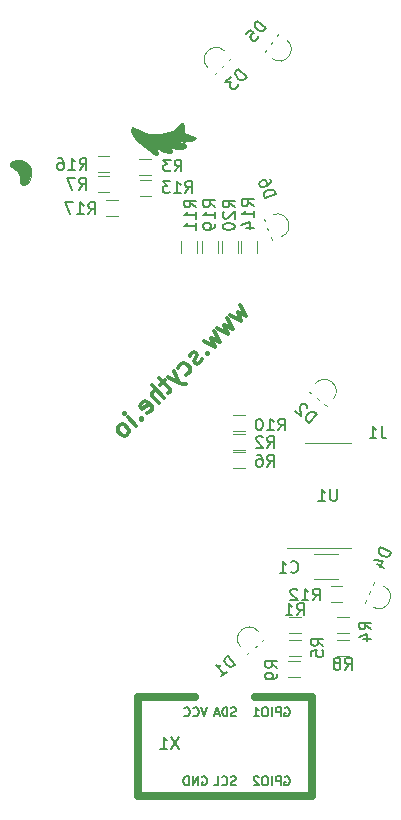
<source format=gbr>
G04 #@! TF.GenerationSoftware,KiCad,Pcbnew,5.1.6-c6e7f7d~87~ubuntu18.04.1*
G04 #@! TF.CreationDate,2020-08-06T21:04:51-07:00*
G04 #@! TF.ProjectId,scythe_badge,73637974-6865-45f6-9261-6467652e6b69,rev?*
G04 #@! TF.SameCoordinates,Original*
G04 #@! TF.FileFunction,Legend,Bot*
G04 #@! TF.FilePolarity,Positive*
%FSLAX46Y46*%
G04 Gerber Fmt 4.6, Leading zero omitted, Abs format (unit mm)*
G04 Created by KiCad (PCBNEW 5.1.6-c6e7f7d~87~ubuntu18.04.1) date 2020-08-06 21:04:51*
%MOMM*%
%LPD*%
G01*
G04 APERTURE LIST*
%ADD10C,0.300000*%
%ADD11C,0.010000*%
%ADD12C,0.120000*%
%ADD13C,0.100000*%
%ADD14C,0.700000*%
%ADD15C,0.150000*%
G04 APERTURE END LIST*
D10*
X165840762Y-98234668D02*
X166345838Y-99143805D01*
X165638732Y-98840760D01*
X165941777Y-99547866D01*
X165032640Y-99042790D01*
X164729594Y-99345836D02*
X165234671Y-100254973D01*
X164527564Y-99951927D01*
X164830610Y-100659034D01*
X163921472Y-100153958D01*
X163618427Y-100457004D02*
X164123503Y-101366141D01*
X163416396Y-101063095D01*
X163719442Y-101770202D01*
X162810305Y-101265126D01*
X163012335Y-102275278D02*
X163012335Y-102376294D01*
X163113350Y-102376294D01*
X163113350Y-102275278D01*
X163012335Y-102275278D01*
X163113350Y-102376294D01*
X162608274Y-102780355D02*
X162557766Y-102931877D01*
X162355736Y-103133908D01*
X162204213Y-103184416D01*
X162052690Y-103133908D01*
X162002183Y-103083400D01*
X161951675Y-102931877D01*
X162002183Y-102780355D01*
X162153705Y-102628832D01*
X162204213Y-102477309D01*
X162153705Y-102325786D01*
X162103198Y-102275278D01*
X161951675Y-102224771D01*
X161800152Y-102275278D01*
X161648629Y-102426801D01*
X161598122Y-102578324D01*
X161244568Y-104144061D02*
X161396091Y-104093553D01*
X161598122Y-103891522D01*
X161648629Y-103739999D01*
X161648629Y-103638984D01*
X161598122Y-103487461D01*
X161295076Y-103184416D01*
X161143553Y-103133908D01*
X161042538Y-103133908D01*
X160891015Y-103184416D01*
X160688984Y-103386446D01*
X160638477Y-103537969D01*
X160234416Y-103841015D02*
X160688984Y-104800660D01*
X159729339Y-104346091D02*
X160688984Y-104800660D01*
X161042538Y-104952183D01*
X161143553Y-104952183D01*
X161295076Y-104901675D01*
X159476801Y-104598629D02*
X159072740Y-105002690D01*
X158971725Y-104396599D02*
X159880862Y-105305736D01*
X159931370Y-105457259D01*
X159880862Y-105608782D01*
X159779847Y-105709797D01*
X159426294Y-106063350D02*
X158365633Y-105002690D01*
X158971725Y-106517919D02*
X158416141Y-105962335D01*
X158365633Y-105810812D01*
X158416141Y-105659289D01*
X158567664Y-105507766D01*
X158719187Y-105457259D01*
X158820202Y-105457259D01*
X158012080Y-107376549D02*
X158163603Y-107326041D01*
X158365633Y-107124011D01*
X158416141Y-106972488D01*
X158365633Y-106820965D01*
X157961572Y-106416904D01*
X157810049Y-106366396D01*
X157658527Y-106416904D01*
X157456496Y-106618934D01*
X157405988Y-106770457D01*
X157456496Y-106921980D01*
X157557511Y-107022995D01*
X158163603Y-106618934D01*
X157456496Y-107831117D02*
X157456496Y-107932133D01*
X157557511Y-107932133D01*
X157557511Y-107831117D01*
X157456496Y-107831117D01*
X157557511Y-107932133D01*
X157052435Y-108437209D02*
X156345328Y-107730102D01*
X155991775Y-107376549D02*
X156092790Y-107376549D01*
X156092790Y-107477564D01*
X155991775Y-107477564D01*
X155991775Y-107376549D01*
X156092790Y-107477564D01*
X156395836Y-109093808D02*
X156446344Y-108942285D01*
X156446344Y-108841270D01*
X156395836Y-108689747D01*
X156092790Y-108386701D01*
X155941267Y-108336194D01*
X155840252Y-108336194D01*
X155688729Y-108386701D01*
X155537206Y-108538224D01*
X155486699Y-108689747D01*
X155486699Y-108790762D01*
X155537206Y-108942285D01*
X155840252Y-109245331D01*
X155991775Y-109295838D01*
X156092790Y-109295838D01*
X156244313Y-109245331D01*
X156395836Y-109093808D01*
D11*
G36*
X147280100Y-85960105D02*
G01*
X147556809Y-86039148D01*
X147796764Y-86190404D01*
X147872792Y-86260231D01*
X148035809Y-86477634D01*
X148137620Y-86730773D01*
X148179772Y-87003442D01*
X148163807Y-87279437D01*
X148091271Y-87542555D01*
X147963707Y-87776589D01*
X147782662Y-87965336D01*
X147705180Y-88018779D01*
X147608074Y-88075682D01*
X147549060Y-88093322D01*
X147493460Y-88075718D01*
X147445500Y-88048869D01*
X147319233Y-87942572D01*
X147261809Y-87798830D01*
X147255311Y-87719000D01*
X147217491Y-87398574D01*
X147111917Y-87125499D01*
X146933680Y-86890709D01*
X146705368Y-86703476D01*
X146513180Y-86560959D01*
X146394275Y-86441495D01*
X146343100Y-86337259D01*
X146354100Y-86240430D01*
X146363191Y-86221415D01*
X146480788Y-86090670D01*
X146670192Y-86000820D01*
X146928318Y-85953265D01*
X146959281Y-85950782D01*
X147280100Y-85960105D01*
G37*
X147280100Y-85960105D02*
X147556809Y-86039148D01*
X147796764Y-86190404D01*
X147872792Y-86260231D01*
X148035809Y-86477634D01*
X148137620Y-86730773D01*
X148179772Y-87003442D01*
X148163807Y-87279437D01*
X148091271Y-87542555D01*
X147963707Y-87776589D01*
X147782662Y-87965336D01*
X147705180Y-88018779D01*
X147608074Y-88075682D01*
X147549060Y-88093322D01*
X147493460Y-88075718D01*
X147445500Y-88048869D01*
X147319233Y-87942572D01*
X147261809Y-87798830D01*
X147255311Y-87719000D01*
X147217491Y-87398574D01*
X147111917Y-87125499D01*
X146933680Y-86890709D01*
X146705368Y-86703476D01*
X146513180Y-86560959D01*
X146394275Y-86441495D01*
X146343100Y-86337259D01*
X146354100Y-86240430D01*
X146363191Y-86221415D01*
X146480788Y-86090670D01*
X146670192Y-86000820D01*
X146928318Y-85953265D01*
X146959281Y-85950782D01*
X147280100Y-85960105D01*
G36*
X161055097Y-82871556D02*
G01*
X161086493Y-83005266D01*
X161097619Y-83218423D01*
X161098000Y-83283089D01*
X161098000Y-83656245D01*
X161235173Y-83739665D01*
X161347013Y-83791374D01*
X161507074Y-83846020D01*
X161676397Y-83890730D01*
X161837386Y-83931725D01*
X161972937Y-83975497D01*
X162054939Y-84012907D01*
X162057245Y-84014531D01*
X162107806Y-84059472D01*
X162101435Y-84102318D01*
X162053070Y-84160160D01*
X161967384Y-84221953D01*
X161834278Y-84284578D01*
X161737630Y-84317796D01*
X161566004Y-84353392D01*
X161354618Y-84376867D01*
X161132985Y-84387015D01*
X160930619Y-84382625D01*
X160777034Y-84362492D01*
X160759333Y-84357838D01*
X160653500Y-84327026D01*
X160756888Y-84410084D01*
X160866671Y-84476882D01*
X161005190Y-84535382D01*
X161032055Y-84543913D01*
X161209498Y-84614299D01*
X161304589Y-84693548D01*
X161316852Y-84777506D01*
X161245811Y-84862018D01*
X161090991Y-84942929D01*
X161078335Y-84947843D01*
X160904889Y-84988981D01*
X160686788Y-85005494D01*
X160454456Y-84998552D01*
X160238317Y-84969325D01*
X160068795Y-84918984D01*
X160046316Y-84908157D01*
X159951190Y-84864404D01*
X159893255Y-84849035D01*
X159888062Y-84850827D01*
X159900236Y-84891597D01*
X159950751Y-84973952D01*
X159976663Y-85010340D01*
X160063507Y-85162691D01*
X160074831Y-85277884D01*
X160012714Y-85352626D01*
X159879236Y-85383621D01*
X159744857Y-85377572D01*
X159456492Y-85304854D01*
X159194553Y-85155277D01*
X159136835Y-85109544D01*
X159021863Y-85041232D01*
X158903753Y-85009884D01*
X158895445Y-85009667D01*
X158773721Y-85009667D01*
X158842064Y-85194066D01*
X158887220Y-85361254D01*
X158875202Y-85466374D01*
X158805367Y-85509940D01*
X158677071Y-85492463D01*
X158536833Y-85437170D01*
X158429414Y-85373039D01*
X158285625Y-85268165D01*
X158129813Y-85140811D01*
X158063089Y-85081786D01*
X157881638Y-84923185D01*
X157675047Y-84752221D01*
X157482142Y-84600853D01*
X157445236Y-84573238D01*
X157127480Y-84306245D01*
X156889759Y-84035127D01*
X156733440Y-83761924D01*
X156659886Y-83488676D01*
X156653930Y-83390417D01*
X156664693Y-83261955D01*
X156703965Y-83191060D01*
X156780034Y-83177191D01*
X156901190Y-83219812D01*
X157075721Y-83318383D01*
X157139833Y-83358851D01*
X157438463Y-83520934D01*
X157768608Y-83639911D01*
X158151414Y-83722872D01*
X158283473Y-83742305D01*
X158708981Y-83774882D01*
X159122927Y-83760552D01*
X159509281Y-83701782D01*
X159852015Y-83601043D01*
X160135099Y-83460805D01*
X160142754Y-83455848D01*
X160250980Y-83376032D01*
X160394096Y-83258196D01*
X160546573Y-83123633D01*
X160596162Y-83077713D01*
X160773965Y-82920371D01*
X160905366Y-82831782D01*
X160996899Y-82814620D01*
X161055097Y-82871556D01*
G37*
X161055097Y-82871556D02*
X161086493Y-83005266D01*
X161097619Y-83218423D01*
X161098000Y-83283089D01*
X161098000Y-83656245D01*
X161235173Y-83739665D01*
X161347013Y-83791374D01*
X161507074Y-83846020D01*
X161676397Y-83890730D01*
X161837386Y-83931725D01*
X161972937Y-83975497D01*
X162054939Y-84012907D01*
X162057245Y-84014531D01*
X162107806Y-84059472D01*
X162101435Y-84102318D01*
X162053070Y-84160160D01*
X161967384Y-84221953D01*
X161834278Y-84284578D01*
X161737630Y-84317796D01*
X161566004Y-84353392D01*
X161354618Y-84376867D01*
X161132985Y-84387015D01*
X160930619Y-84382625D01*
X160777034Y-84362492D01*
X160759333Y-84357838D01*
X160653500Y-84327026D01*
X160756888Y-84410084D01*
X160866671Y-84476882D01*
X161005190Y-84535382D01*
X161032055Y-84543913D01*
X161209498Y-84614299D01*
X161304589Y-84693548D01*
X161316852Y-84777506D01*
X161245811Y-84862018D01*
X161090991Y-84942929D01*
X161078335Y-84947843D01*
X160904889Y-84988981D01*
X160686788Y-85005494D01*
X160454456Y-84998552D01*
X160238317Y-84969325D01*
X160068795Y-84918984D01*
X160046316Y-84908157D01*
X159951190Y-84864404D01*
X159893255Y-84849035D01*
X159888062Y-84850827D01*
X159900236Y-84891597D01*
X159950751Y-84973952D01*
X159976663Y-85010340D01*
X160063507Y-85162691D01*
X160074831Y-85277884D01*
X160012714Y-85352626D01*
X159879236Y-85383621D01*
X159744857Y-85377572D01*
X159456492Y-85304854D01*
X159194553Y-85155277D01*
X159136835Y-85109544D01*
X159021863Y-85041232D01*
X158903753Y-85009884D01*
X158895445Y-85009667D01*
X158773721Y-85009667D01*
X158842064Y-85194066D01*
X158887220Y-85361254D01*
X158875202Y-85466374D01*
X158805367Y-85509940D01*
X158677071Y-85492463D01*
X158536833Y-85437170D01*
X158429414Y-85373039D01*
X158285625Y-85268165D01*
X158129813Y-85140811D01*
X158063089Y-85081786D01*
X157881638Y-84923185D01*
X157675047Y-84752221D01*
X157482142Y-84600853D01*
X157445236Y-84573238D01*
X157127480Y-84306245D01*
X156889759Y-84035127D01*
X156733440Y-83761924D01*
X156659886Y-83488676D01*
X156653930Y-83390417D01*
X156664693Y-83261955D01*
X156703965Y-83191060D01*
X156780034Y-83177191D01*
X156901190Y-83219812D01*
X157075721Y-83318383D01*
X157139833Y-83358851D01*
X157438463Y-83520934D01*
X157768608Y-83639911D01*
X158151414Y-83722872D01*
X158283473Y-83742305D01*
X158708981Y-83774882D01*
X159122927Y-83760552D01*
X159509281Y-83701782D01*
X159852015Y-83601043D01*
X160135099Y-83460805D01*
X160142754Y-83455848D01*
X160250980Y-83376032D01*
X160394096Y-83258196D01*
X160546573Y-83123633D01*
X160596162Y-83077713D01*
X160773965Y-82920371D01*
X160905366Y-82831782D01*
X160996899Y-82814620D01*
X161055097Y-82871556D01*
D12*
X165960000Y-92790000D02*
X165960000Y-93790000D01*
X167320000Y-93790000D02*
X167320000Y-92790000D01*
X173300000Y-118798851D02*
X169850000Y-118798851D01*
X173300000Y-118798851D02*
X175250000Y-118798851D01*
X173300000Y-109928851D02*
X171350000Y-109928851D01*
X173300000Y-109928851D02*
X175250000Y-109928851D01*
X174130000Y-121390000D02*
X172130000Y-121390000D01*
X172130000Y-119350000D02*
X174130000Y-119350000D01*
D13*
X176409936Y-123437338D02*
X176507138Y-123228887D01*
X176764935Y-122676039D02*
X176857911Y-122476652D01*
X177115708Y-121923804D02*
X177212910Y-121715353D01*
X177168230Y-123846105D02*
G75*
G03*
X178013466Y-122033489I413555J910534D01*
G01*
D14*
X162060000Y-131446000D02*
X157234000Y-131446000D01*
X171879640Y-131395200D02*
X167140000Y-131395200D01*
X157234000Y-131446000D02*
X157234000Y-139828000D01*
X157234000Y-139828000D02*
X171966000Y-139828000D01*
X171966000Y-139828000D02*
X171966000Y-131446000D01*
D13*
X166627229Y-127616264D02*
X166451039Y-127764105D01*
X167263046Y-127082750D02*
X167094516Y-127224164D01*
X167906523Y-126542809D02*
X167730333Y-126690650D01*
X167392028Y-125851871D02*
G75*
G03*
X165859939Y-127137446I-759617J-650448D01*
G01*
X173173129Y-106788047D02*
X172996939Y-106640206D01*
X172529652Y-106248106D02*
X172361122Y-106106692D01*
X171893835Y-105714592D02*
X171717645Y-105566751D01*
X173764230Y-106161388D02*
G75*
G03*
X172232140Y-104875813I-772473J635127D01*
G01*
X163917660Y-78535894D02*
X163755025Y-78698528D01*
X164504558Y-77948995D02*
X164348995Y-78104558D01*
X165098528Y-77355025D02*
X164935894Y-77517660D01*
X164525772Y-76711558D02*
G75*
G03*
X163111558Y-78125772I-700036J-714178D01*
G01*
X168956274Y-75478717D02*
X169097876Y-75297474D01*
X168445275Y-76132766D02*
X168580720Y-75959403D01*
X167928119Y-76794695D02*
X168069721Y-76613452D01*
X168575024Y-77363564D02*
G75*
G03*
X169806348Y-75787543I607782J794167D01*
G01*
X168519305Y-92699918D02*
X168440640Y-92483789D01*
X168232008Y-91910576D02*
X168156764Y-91703844D01*
X167948131Y-91130631D02*
X167869467Y-90914502D01*
X169344543Y-92452765D02*
G75*
G03*
X168660501Y-90573380I-351418J936272D01*
G01*
D12*
X170996000Y-124644000D02*
X169996000Y-124644000D01*
X169996000Y-126004000D02*
X170996000Y-126004000D01*
X165280000Y-110490000D02*
X166280000Y-110490000D01*
X166280000Y-109130000D02*
X165280000Y-109130000D01*
X158320000Y-85880000D02*
X157320000Y-85880000D01*
X157320000Y-87240000D02*
X158320000Y-87240000D01*
X174060000Y-126004000D02*
X175060000Y-126004000D01*
X175060000Y-124644000D02*
X174060000Y-124644000D01*
X169976000Y-127916000D02*
X170976000Y-127916000D01*
X170976000Y-126556000D02*
X169976000Y-126556000D01*
X166280000Y-110690000D02*
X165280000Y-110690000D01*
X165280000Y-112050000D02*
X166280000Y-112050000D01*
X153790000Y-88700000D02*
X154790000Y-88700000D01*
X154790000Y-87340000D02*
X153790000Y-87340000D01*
X175040000Y-126556000D02*
X174040000Y-126556000D01*
X174040000Y-127916000D02*
X175040000Y-127916000D01*
X170934000Y-128352000D02*
X169934000Y-128352000D01*
X169934000Y-129712000D02*
X170934000Y-129712000D01*
X165280000Y-108930000D02*
X166280000Y-108930000D01*
X166280000Y-107570000D02*
X165280000Y-107570000D01*
X160840000Y-92790000D02*
X160840000Y-93790000D01*
X162200000Y-93790000D02*
X162200000Y-92790000D01*
X174520000Y-122050000D02*
X173520000Y-122050000D01*
X173520000Y-123410000D02*
X174520000Y-123410000D01*
X157340000Y-88990000D02*
X158340000Y-88990000D01*
X158340000Y-87630000D02*
X157340000Y-87630000D01*
X154790000Y-85580000D02*
X153790000Y-85580000D01*
X153790000Y-86940000D02*
X154790000Y-86940000D01*
X154510000Y-90720000D02*
X155510000Y-90720000D01*
X155510000Y-89360000D02*
X154510000Y-89360000D01*
X162590000Y-92790000D02*
X162590000Y-93790000D01*
X163950000Y-93790000D02*
X163950000Y-92790000D01*
X164300000Y-92790000D02*
X164300000Y-93790000D01*
X165660000Y-93790000D02*
X165660000Y-92790000D01*
D15*
X166992380Y-89857142D02*
X166516190Y-89523809D01*
X166992380Y-89285714D02*
X165992380Y-89285714D01*
X165992380Y-89666666D01*
X166040000Y-89761904D01*
X166087619Y-89809523D01*
X166182857Y-89857142D01*
X166325714Y-89857142D01*
X166420952Y-89809523D01*
X166468571Y-89761904D01*
X166516190Y-89666666D01*
X166516190Y-89285714D01*
X166992380Y-90809523D02*
X166992380Y-90238095D01*
X166992380Y-90523809D02*
X165992380Y-90523809D01*
X166135238Y-90428571D01*
X166230476Y-90333333D01*
X166278095Y-90238095D01*
X166325714Y-91666666D02*
X166992380Y-91666666D01*
X165944761Y-91428571D02*
X166659047Y-91190476D01*
X166659047Y-91809523D01*
X174061904Y-113822380D02*
X174061904Y-114631904D01*
X174014285Y-114727142D01*
X173966666Y-114774761D01*
X173871428Y-114822380D01*
X173680952Y-114822380D01*
X173585714Y-114774761D01*
X173538095Y-114727142D01*
X173490476Y-114631904D01*
X173490476Y-113822380D01*
X172490476Y-114822380D02*
X173061904Y-114822380D01*
X172776190Y-114822380D02*
X172776190Y-113822380D01*
X172871428Y-113965238D01*
X172966666Y-114060476D01*
X173061904Y-114108095D01*
X170146666Y-120827142D02*
X170194285Y-120874761D01*
X170337142Y-120922380D01*
X170432380Y-120922380D01*
X170575238Y-120874761D01*
X170670476Y-120779523D01*
X170718095Y-120684285D01*
X170765714Y-120493809D01*
X170765714Y-120350952D01*
X170718095Y-120160476D01*
X170670476Y-120065238D01*
X170575238Y-119970000D01*
X170432380Y-119922380D01*
X170337142Y-119922380D01*
X170194285Y-119970000D01*
X170146666Y-120017619D01*
X169194285Y-120922380D02*
X169765714Y-120922380D01*
X169480000Y-120922380D02*
X169480000Y-119922380D01*
X169575238Y-120065238D01*
X169670476Y-120160476D01*
X169765714Y-120208095D01*
X178631928Y-119162243D02*
X177725621Y-118739625D01*
X177624997Y-118955413D01*
X177607781Y-119105010D01*
X177653846Y-119231574D01*
X177720037Y-119314981D01*
X177872542Y-119438638D01*
X178002015Y-119499012D01*
X178194769Y-119536353D01*
X178301209Y-119533445D01*
X178427773Y-119487379D01*
X178531305Y-119378031D01*
X178631928Y-119162243D01*
X177423983Y-120175223D02*
X178028188Y-120456969D01*
X177179346Y-119798438D02*
X177927332Y-119884521D01*
X177665711Y-120445569D01*
X160659523Y-134802380D02*
X159992857Y-135802380D01*
X159992857Y-134802380D02*
X160659523Y-135802380D01*
X159088095Y-135802380D02*
X159659523Y-135802380D01*
X159373809Y-135802380D02*
X159373809Y-134802380D01*
X159469047Y-134945238D01*
X159564285Y-135040476D01*
X159659523Y-135088095D01*
X169644142Y-138183000D02*
X169715571Y-138147285D01*
X169822714Y-138147285D01*
X169929857Y-138183000D01*
X170001285Y-138254428D01*
X170037000Y-138325857D01*
X170072714Y-138468714D01*
X170072714Y-138575857D01*
X170037000Y-138718714D01*
X170001285Y-138790142D01*
X169929857Y-138861571D01*
X169822714Y-138897285D01*
X169751285Y-138897285D01*
X169644142Y-138861571D01*
X169608428Y-138825857D01*
X169608428Y-138575857D01*
X169751285Y-138575857D01*
X169287000Y-138897285D02*
X169287000Y-138147285D01*
X169001285Y-138147285D01*
X168929857Y-138183000D01*
X168894142Y-138218714D01*
X168858428Y-138290142D01*
X168858428Y-138397285D01*
X168894142Y-138468714D01*
X168929857Y-138504428D01*
X169001285Y-138540142D01*
X169287000Y-138540142D01*
X168537000Y-138897285D02*
X168537000Y-138147285D01*
X168037000Y-138147285D02*
X167894142Y-138147285D01*
X167822714Y-138183000D01*
X167751285Y-138254428D01*
X167715571Y-138397285D01*
X167715571Y-138647285D01*
X167751285Y-138790142D01*
X167822714Y-138861571D01*
X167894142Y-138897285D01*
X168037000Y-138897285D01*
X168108428Y-138861571D01*
X168179857Y-138790142D01*
X168215571Y-138647285D01*
X168215571Y-138397285D01*
X168179857Y-138254428D01*
X168108428Y-138183000D01*
X168037000Y-138147285D01*
X167429857Y-138218714D02*
X167394142Y-138183000D01*
X167322714Y-138147285D01*
X167144142Y-138147285D01*
X167072714Y-138183000D01*
X167037000Y-138218714D01*
X167001285Y-138290142D01*
X167001285Y-138361571D01*
X167037000Y-138468714D01*
X167465571Y-138897285D01*
X167001285Y-138897285D01*
X165492857Y-138861571D02*
X165385714Y-138897285D01*
X165207142Y-138897285D01*
X165135714Y-138861571D01*
X165100000Y-138825857D01*
X165064285Y-138754428D01*
X165064285Y-138683000D01*
X165100000Y-138611571D01*
X165135714Y-138575857D01*
X165207142Y-138540142D01*
X165350000Y-138504428D01*
X165421428Y-138468714D01*
X165457142Y-138433000D01*
X165492857Y-138361571D01*
X165492857Y-138290142D01*
X165457142Y-138218714D01*
X165421428Y-138183000D01*
X165350000Y-138147285D01*
X165171428Y-138147285D01*
X165064285Y-138183000D01*
X164314285Y-138825857D02*
X164350000Y-138861571D01*
X164457142Y-138897285D01*
X164528571Y-138897285D01*
X164635714Y-138861571D01*
X164707142Y-138790142D01*
X164742857Y-138718714D01*
X164778571Y-138575857D01*
X164778571Y-138468714D01*
X164742857Y-138325857D01*
X164707142Y-138254428D01*
X164635714Y-138183000D01*
X164528571Y-138147285D01*
X164457142Y-138147285D01*
X164350000Y-138183000D01*
X164314285Y-138218714D01*
X163635714Y-138897285D02*
X163992857Y-138897285D01*
X163992857Y-138147285D01*
X162631428Y-138183000D02*
X162702857Y-138147285D01*
X162810000Y-138147285D01*
X162917142Y-138183000D01*
X162988571Y-138254428D01*
X163024285Y-138325857D01*
X163060000Y-138468714D01*
X163060000Y-138575857D01*
X163024285Y-138718714D01*
X162988571Y-138790142D01*
X162917142Y-138861571D01*
X162810000Y-138897285D01*
X162738571Y-138897285D01*
X162631428Y-138861571D01*
X162595714Y-138825857D01*
X162595714Y-138575857D01*
X162738571Y-138575857D01*
X162274285Y-138897285D02*
X162274285Y-138147285D01*
X161845714Y-138897285D01*
X161845714Y-138147285D01*
X161488571Y-138897285D02*
X161488571Y-138147285D01*
X161310000Y-138147285D01*
X161202857Y-138183000D01*
X161131428Y-138254428D01*
X161095714Y-138325857D01*
X161060000Y-138468714D01*
X161060000Y-138575857D01*
X161095714Y-138718714D01*
X161131428Y-138790142D01*
X161202857Y-138861571D01*
X161310000Y-138897285D01*
X161488571Y-138897285D01*
X169644142Y-132341000D02*
X169715571Y-132305285D01*
X169822714Y-132305285D01*
X169929857Y-132341000D01*
X170001285Y-132412428D01*
X170037000Y-132483857D01*
X170072714Y-132626714D01*
X170072714Y-132733857D01*
X170037000Y-132876714D01*
X170001285Y-132948142D01*
X169929857Y-133019571D01*
X169822714Y-133055285D01*
X169751285Y-133055285D01*
X169644142Y-133019571D01*
X169608428Y-132983857D01*
X169608428Y-132733857D01*
X169751285Y-132733857D01*
X169287000Y-133055285D02*
X169287000Y-132305285D01*
X169001285Y-132305285D01*
X168929857Y-132341000D01*
X168894142Y-132376714D01*
X168858428Y-132448142D01*
X168858428Y-132555285D01*
X168894142Y-132626714D01*
X168929857Y-132662428D01*
X169001285Y-132698142D01*
X169287000Y-132698142D01*
X168537000Y-133055285D02*
X168537000Y-132305285D01*
X168037000Y-132305285D02*
X167894142Y-132305285D01*
X167822714Y-132341000D01*
X167751285Y-132412428D01*
X167715571Y-132555285D01*
X167715571Y-132805285D01*
X167751285Y-132948142D01*
X167822714Y-133019571D01*
X167894142Y-133055285D01*
X168037000Y-133055285D01*
X168108428Y-133019571D01*
X168179857Y-132948142D01*
X168215571Y-132805285D01*
X168215571Y-132555285D01*
X168179857Y-132412428D01*
X168108428Y-132341000D01*
X168037000Y-132305285D01*
X167001285Y-133055285D02*
X167429857Y-133055285D01*
X167215571Y-133055285D02*
X167215571Y-132305285D01*
X167287000Y-132412428D01*
X167358428Y-132483857D01*
X167429857Y-132519571D01*
X165510714Y-133019571D02*
X165403571Y-133055285D01*
X165225000Y-133055285D01*
X165153571Y-133019571D01*
X165117857Y-132983857D01*
X165082142Y-132912428D01*
X165082142Y-132841000D01*
X165117857Y-132769571D01*
X165153571Y-132733857D01*
X165225000Y-132698142D01*
X165367857Y-132662428D01*
X165439285Y-132626714D01*
X165475000Y-132591000D01*
X165510714Y-132519571D01*
X165510714Y-132448142D01*
X165475000Y-132376714D01*
X165439285Y-132341000D01*
X165367857Y-132305285D01*
X165189285Y-132305285D01*
X165082142Y-132341000D01*
X164760714Y-133055285D02*
X164760714Y-132305285D01*
X164582142Y-132305285D01*
X164475000Y-132341000D01*
X164403571Y-132412428D01*
X164367857Y-132483857D01*
X164332142Y-132626714D01*
X164332142Y-132733857D01*
X164367857Y-132876714D01*
X164403571Y-132948142D01*
X164475000Y-133019571D01*
X164582142Y-133055285D01*
X164760714Y-133055285D01*
X164046428Y-132841000D02*
X163689285Y-132841000D01*
X164117857Y-133055285D02*
X163867857Y-132305285D01*
X163617857Y-133055285D01*
X163060000Y-132305285D02*
X162810000Y-133055285D01*
X162560000Y-132305285D01*
X161881428Y-132983857D02*
X161917142Y-133019571D01*
X162024285Y-133055285D01*
X162095714Y-133055285D01*
X162202857Y-133019571D01*
X162274285Y-132948142D01*
X162310000Y-132876714D01*
X162345714Y-132733857D01*
X162345714Y-132626714D01*
X162310000Y-132483857D01*
X162274285Y-132412428D01*
X162202857Y-132341000D01*
X162095714Y-132305285D01*
X162024285Y-132305285D01*
X161917142Y-132341000D01*
X161881428Y-132376714D01*
X161131428Y-132983857D02*
X161167142Y-133019571D01*
X161274285Y-133055285D01*
X161345714Y-133055285D01*
X161452857Y-133019571D01*
X161524285Y-132948142D01*
X161560000Y-132876714D01*
X161595714Y-132733857D01*
X161595714Y-132626714D01*
X161560000Y-132483857D01*
X161524285Y-132412428D01*
X161452857Y-132341000D01*
X161345714Y-132305285D01*
X161274285Y-132305285D01*
X161167142Y-132341000D01*
X161131428Y-132376714D01*
X177833333Y-108512380D02*
X177833333Y-109226666D01*
X177880952Y-109369523D01*
X177976190Y-109464761D01*
X178119047Y-109512380D01*
X178214285Y-109512380D01*
X176833333Y-109512380D02*
X177404761Y-109512380D01*
X177119047Y-109512380D02*
X177119047Y-108512380D01*
X177214285Y-108655238D01*
X177309523Y-108750476D01*
X177404761Y-108798095D01*
X165448198Y-128679939D02*
X164805411Y-127913894D01*
X164623019Y-128066939D01*
X164544193Y-128195244D01*
X164532454Y-128329419D01*
X164557194Y-128432984D01*
X164643151Y-128609506D01*
X164734978Y-128718941D01*
X164893892Y-128834246D01*
X164991588Y-128876593D01*
X165125763Y-128888332D01*
X165265807Y-128832984D01*
X165448198Y-128679939D01*
X164280892Y-129659425D02*
X164718632Y-129292118D01*
X164499762Y-129475771D02*
X163856975Y-128709727D01*
X164021758Y-128757944D01*
X164155932Y-128769683D01*
X164259498Y-128744943D01*
X171691555Y-108224052D02*
X172334343Y-107458007D01*
X172151951Y-107304963D01*
X172011908Y-107249614D01*
X171877733Y-107261353D01*
X171780037Y-107303701D01*
X171621123Y-107419005D01*
X171529296Y-107528440D01*
X171443339Y-107704962D01*
X171418599Y-107808528D01*
X171430338Y-107942702D01*
X171509164Y-108071007D01*
X171691555Y-108224052D01*
X171543559Y-106918785D02*
X171537690Y-106851698D01*
X171495342Y-106754002D01*
X171312950Y-106600957D01*
X171209385Y-106576218D01*
X171142298Y-106582087D01*
X171044601Y-106624435D01*
X170983384Y-106697391D01*
X170928035Y-106837435D01*
X170998468Y-107642482D01*
X170524250Y-107244566D01*
X166399941Y-78956117D02*
X165692835Y-78249010D01*
X165524476Y-78417369D01*
X165457132Y-78552056D01*
X165457132Y-78686743D01*
X165490804Y-78787758D01*
X165591819Y-78956117D01*
X165692835Y-79057132D01*
X165861193Y-79158148D01*
X165962209Y-79191819D01*
X166096896Y-79191819D01*
X166231583Y-79124476D01*
X166399941Y-78956117D01*
X165053071Y-78888773D02*
X164615338Y-79326506D01*
X165120415Y-79360178D01*
X165019399Y-79461193D01*
X164985728Y-79562209D01*
X164985728Y-79629552D01*
X165019399Y-79730567D01*
X165187758Y-79898926D01*
X165288773Y-79932598D01*
X165356117Y-79932598D01*
X165457132Y-79898926D01*
X165659163Y-79696896D01*
X165692835Y-79595880D01*
X165692835Y-79528537D01*
X168063077Y-74757912D02*
X167275067Y-74142251D01*
X167128481Y-74329872D01*
X167078053Y-74471762D01*
X167094467Y-74605445D01*
X167140199Y-74701604D01*
X167260979Y-74856397D01*
X167373552Y-74944349D01*
X167552966Y-75024094D01*
X167657332Y-75045204D01*
X167791015Y-75028789D01*
X167916491Y-74945534D01*
X168063077Y-74757912D01*
X166366233Y-75305505D02*
X166659405Y-74930261D01*
X167063966Y-75185909D01*
X166997124Y-75194116D01*
X166900965Y-75239848D01*
X166754379Y-75427469D01*
X166733269Y-75531835D01*
X166741476Y-75598677D01*
X166787208Y-75694835D01*
X166974829Y-75841421D01*
X167079195Y-75862532D01*
X167146037Y-75854324D01*
X167242195Y-75808593D01*
X167388781Y-75620971D01*
X167409892Y-75516606D01*
X167401684Y-75449764D01*
X167947344Y-89208306D02*
X168887037Y-88866285D01*
X168805603Y-88642549D01*
X168711996Y-88524594D01*
X168589928Y-88467673D01*
X168484147Y-88455499D01*
X168288871Y-88475898D01*
X168154629Y-88524758D01*
X167991927Y-88634652D01*
X167918719Y-88711973D01*
X167861798Y-88834041D01*
X167865911Y-88984569D01*
X167947344Y-89208306D01*
X168398436Y-87523867D02*
X168463583Y-87702856D01*
X168451409Y-87808638D01*
X168422948Y-87869672D01*
X168321280Y-88008026D01*
X168158578Y-88117920D01*
X167800599Y-88248213D01*
X167694818Y-88236040D01*
X167633784Y-88207579D01*
X167556464Y-88134371D01*
X167491317Y-87955382D01*
X167503491Y-87849601D01*
X167531952Y-87788567D01*
X167605159Y-87711246D01*
X167828896Y-87629813D01*
X167934677Y-87641987D01*
X167995711Y-87670447D01*
X168073032Y-87743655D01*
X168138178Y-87922644D01*
X168126004Y-88028426D01*
X168097544Y-88089460D01*
X168024336Y-88166780D01*
X170666666Y-124492380D02*
X171000000Y-124016190D01*
X171238095Y-124492380D02*
X171238095Y-123492380D01*
X170857142Y-123492380D01*
X170761904Y-123540000D01*
X170714285Y-123587619D01*
X170666666Y-123682857D01*
X170666666Y-123825714D01*
X170714285Y-123920952D01*
X170761904Y-123968571D01*
X170857142Y-124016190D01*
X171238095Y-124016190D01*
X169714285Y-124492380D02*
X170285714Y-124492380D01*
X170000000Y-124492380D02*
X170000000Y-123492380D01*
X170095238Y-123635238D01*
X170190476Y-123730476D01*
X170285714Y-123778095D01*
X168156666Y-110322380D02*
X168490000Y-109846190D01*
X168728095Y-110322380D02*
X168728095Y-109322380D01*
X168347142Y-109322380D01*
X168251904Y-109370000D01*
X168204285Y-109417619D01*
X168156666Y-109512857D01*
X168156666Y-109655714D01*
X168204285Y-109750952D01*
X168251904Y-109798571D01*
X168347142Y-109846190D01*
X168728095Y-109846190D01*
X167775714Y-109417619D02*
X167728095Y-109370000D01*
X167632857Y-109322380D01*
X167394761Y-109322380D01*
X167299523Y-109370000D01*
X167251904Y-109417619D01*
X167204285Y-109512857D01*
X167204285Y-109608095D01*
X167251904Y-109750952D01*
X167823333Y-110322380D01*
X167204285Y-110322380D01*
X160316666Y-86922380D02*
X160650000Y-86446190D01*
X160888095Y-86922380D02*
X160888095Y-85922380D01*
X160507142Y-85922380D01*
X160411904Y-85970000D01*
X160364285Y-86017619D01*
X160316666Y-86112857D01*
X160316666Y-86255714D01*
X160364285Y-86350952D01*
X160411904Y-86398571D01*
X160507142Y-86446190D01*
X160888095Y-86446190D01*
X159983333Y-85922380D02*
X159364285Y-85922380D01*
X159697619Y-86303333D01*
X159554761Y-86303333D01*
X159459523Y-86350952D01*
X159411904Y-86398571D01*
X159364285Y-86493809D01*
X159364285Y-86731904D01*
X159411904Y-86827142D01*
X159459523Y-86874761D01*
X159554761Y-86922380D01*
X159840476Y-86922380D01*
X159935714Y-86874761D01*
X159983333Y-86827142D01*
X176942380Y-125683333D02*
X176466190Y-125350000D01*
X176942380Y-125111904D02*
X175942380Y-125111904D01*
X175942380Y-125492857D01*
X175990000Y-125588095D01*
X176037619Y-125635714D01*
X176132857Y-125683333D01*
X176275714Y-125683333D01*
X176370952Y-125635714D01*
X176418571Y-125588095D01*
X176466190Y-125492857D01*
X176466190Y-125111904D01*
X176275714Y-126540476D02*
X176942380Y-126540476D01*
X175894761Y-126302380D02*
X176609047Y-126064285D01*
X176609047Y-126683333D01*
X172892380Y-127083333D02*
X172416190Y-126750000D01*
X172892380Y-126511904D02*
X171892380Y-126511904D01*
X171892380Y-126892857D01*
X171940000Y-126988095D01*
X171987619Y-127035714D01*
X172082857Y-127083333D01*
X172225714Y-127083333D01*
X172320952Y-127035714D01*
X172368571Y-126988095D01*
X172416190Y-126892857D01*
X172416190Y-126511904D01*
X171892380Y-127988095D02*
X171892380Y-127511904D01*
X172368571Y-127464285D01*
X172320952Y-127511904D01*
X172273333Y-127607142D01*
X172273333Y-127845238D01*
X172320952Y-127940476D01*
X172368571Y-127988095D01*
X172463809Y-128035714D01*
X172701904Y-128035714D01*
X172797142Y-127988095D01*
X172844761Y-127940476D01*
X172892380Y-127845238D01*
X172892380Y-127607142D01*
X172844761Y-127511904D01*
X172797142Y-127464285D01*
X168146666Y-111902380D02*
X168480000Y-111426190D01*
X168718095Y-111902380D02*
X168718095Y-110902380D01*
X168337142Y-110902380D01*
X168241904Y-110950000D01*
X168194285Y-110997619D01*
X168146666Y-111092857D01*
X168146666Y-111235714D01*
X168194285Y-111330952D01*
X168241904Y-111378571D01*
X168337142Y-111426190D01*
X168718095Y-111426190D01*
X167289523Y-110902380D02*
X167480000Y-110902380D01*
X167575238Y-110950000D01*
X167622857Y-110997619D01*
X167718095Y-111140476D01*
X167765714Y-111330952D01*
X167765714Y-111711904D01*
X167718095Y-111807142D01*
X167670476Y-111854761D01*
X167575238Y-111902380D01*
X167384761Y-111902380D01*
X167289523Y-111854761D01*
X167241904Y-111807142D01*
X167194285Y-111711904D01*
X167194285Y-111473809D01*
X167241904Y-111378571D01*
X167289523Y-111330952D01*
X167384761Y-111283333D01*
X167575238Y-111283333D01*
X167670476Y-111330952D01*
X167718095Y-111378571D01*
X167765714Y-111473809D01*
X152236666Y-88462380D02*
X152570000Y-87986190D01*
X152808095Y-88462380D02*
X152808095Y-87462380D01*
X152427142Y-87462380D01*
X152331904Y-87510000D01*
X152284285Y-87557619D01*
X152236666Y-87652857D01*
X152236666Y-87795714D01*
X152284285Y-87890952D01*
X152331904Y-87938571D01*
X152427142Y-87986190D01*
X152808095Y-87986190D01*
X151903333Y-87462380D02*
X151236666Y-87462380D01*
X151665238Y-88462380D01*
X174726666Y-129102380D02*
X175060000Y-128626190D01*
X175298095Y-129102380D02*
X175298095Y-128102380D01*
X174917142Y-128102380D01*
X174821904Y-128150000D01*
X174774285Y-128197619D01*
X174726666Y-128292857D01*
X174726666Y-128435714D01*
X174774285Y-128530952D01*
X174821904Y-128578571D01*
X174917142Y-128626190D01*
X175298095Y-128626190D01*
X174155238Y-128530952D02*
X174250476Y-128483333D01*
X174298095Y-128435714D01*
X174345714Y-128340476D01*
X174345714Y-128292857D01*
X174298095Y-128197619D01*
X174250476Y-128150000D01*
X174155238Y-128102380D01*
X173964761Y-128102380D01*
X173869523Y-128150000D01*
X173821904Y-128197619D01*
X173774285Y-128292857D01*
X173774285Y-128340476D01*
X173821904Y-128435714D01*
X173869523Y-128483333D01*
X173964761Y-128530952D01*
X174155238Y-128530952D01*
X174250476Y-128578571D01*
X174298095Y-128626190D01*
X174345714Y-128721428D01*
X174345714Y-128911904D01*
X174298095Y-129007142D01*
X174250476Y-129054761D01*
X174155238Y-129102380D01*
X173964761Y-129102380D01*
X173869523Y-129054761D01*
X173821904Y-129007142D01*
X173774285Y-128911904D01*
X173774285Y-128721428D01*
X173821904Y-128626190D01*
X173869523Y-128578571D01*
X173964761Y-128530952D01*
X168992380Y-128963333D02*
X168516190Y-128630000D01*
X168992380Y-128391904D02*
X167992380Y-128391904D01*
X167992380Y-128772857D01*
X168040000Y-128868095D01*
X168087619Y-128915714D01*
X168182857Y-128963333D01*
X168325714Y-128963333D01*
X168420952Y-128915714D01*
X168468571Y-128868095D01*
X168516190Y-128772857D01*
X168516190Y-128391904D01*
X168992380Y-129439523D02*
X168992380Y-129630000D01*
X168944761Y-129725238D01*
X168897142Y-129772857D01*
X168754285Y-129868095D01*
X168563809Y-129915714D01*
X168182857Y-129915714D01*
X168087619Y-129868095D01*
X168040000Y-129820476D01*
X167992380Y-129725238D01*
X167992380Y-129534761D01*
X168040000Y-129439523D01*
X168087619Y-129391904D01*
X168182857Y-129344285D01*
X168420952Y-129344285D01*
X168516190Y-129391904D01*
X168563809Y-129439523D01*
X168611428Y-129534761D01*
X168611428Y-129725238D01*
X168563809Y-129820476D01*
X168516190Y-129868095D01*
X168420952Y-129915714D01*
X169092857Y-108842380D02*
X169426190Y-108366190D01*
X169664285Y-108842380D02*
X169664285Y-107842380D01*
X169283333Y-107842380D01*
X169188095Y-107890000D01*
X169140476Y-107937619D01*
X169092857Y-108032857D01*
X169092857Y-108175714D01*
X169140476Y-108270952D01*
X169188095Y-108318571D01*
X169283333Y-108366190D01*
X169664285Y-108366190D01*
X168140476Y-108842380D02*
X168711904Y-108842380D01*
X168426190Y-108842380D02*
X168426190Y-107842380D01*
X168521428Y-107985238D01*
X168616666Y-108080476D01*
X168711904Y-108128095D01*
X167521428Y-107842380D02*
X167426190Y-107842380D01*
X167330952Y-107890000D01*
X167283333Y-107937619D01*
X167235714Y-108032857D01*
X167188095Y-108223333D01*
X167188095Y-108461428D01*
X167235714Y-108651904D01*
X167283333Y-108747142D01*
X167330952Y-108794761D01*
X167426190Y-108842380D01*
X167521428Y-108842380D01*
X167616666Y-108794761D01*
X167664285Y-108747142D01*
X167711904Y-108651904D01*
X167759523Y-108461428D01*
X167759523Y-108223333D01*
X167711904Y-108032857D01*
X167664285Y-107937619D01*
X167616666Y-107890000D01*
X167521428Y-107842380D01*
X162102380Y-89957142D02*
X161626190Y-89623809D01*
X162102380Y-89385714D02*
X161102380Y-89385714D01*
X161102380Y-89766666D01*
X161150000Y-89861904D01*
X161197619Y-89909523D01*
X161292857Y-89957142D01*
X161435714Y-89957142D01*
X161530952Y-89909523D01*
X161578571Y-89861904D01*
X161626190Y-89766666D01*
X161626190Y-89385714D01*
X162102380Y-90909523D02*
X162102380Y-90338095D01*
X162102380Y-90623809D02*
X161102380Y-90623809D01*
X161245238Y-90528571D01*
X161340476Y-90433333D01*
X161388095Y-90338095D01*
X162102380Y-91861904D02*
X162102380Y-91290476D01*
X162102380Y-91576190D02*
X161102380Y-91576190D01*
X161245238Y-91480952D01*
X161340476Y-91385714D01*
X161388095Y-91290476D01*
X172022857Y-123232380D02*
X172356190Y-122756190D01*
X172594285Y-123232380D02*
X172594285Y-122232380D01*
X172213333Y-122232380D01*
X172118095Y-122280000D01*
X172070476Y-122327619D01*
X172022857Y-122422857D01*
X172022857Y-122565714D01*
X172070476Y-122660952D01*
X172118095Y-122708571D01*
X172213333Y-122756190D01*
X172594285Y-122756190D01*
X171070476Y-123232380D02*
X171641904Y-123232380D01*
X171356190Y-123232380D02*
X171356190Y-122232380D01*
X171451428Y-122375238D01*
X171546666Y-122470476D01*
X171641904Y-122518095D01*
X170689523Y-122327619D02*
X170641904Y-122280000D01*
X170546666Y-122232380D01*
X170308571Y-122232380D01*
X170213333Y-122280000D01*
X170165714Y-122327619D01*
X170118095Y-122422857D01*
X170118095Y-122518095D01*
X170165714Y-122660952D01*
X170737142Y-123232380D01*
X170118095Y-123232380D01*
X161202857Y-88742380D02*
X161536190Y-88266190D01*
X161774285Y-88742380D02*
X161774285Y-87742380D01*
X161393333Y-87742380D01*
X161298095Y-87790000D01*
X161250476Y-87837619D01*
X161202857Y-87932857D01*
X161202857Y-88075714D01*
X161250476Y-88170952D01*
X161298095Y-88218571D01*
X161393333Y-88266190D01*
X161774285Y-88266190D01*
X160250476Y-88742380D02*
X160821904Y-88742380D01*
X160536190Y-88742380D02*
X160536190Y-87742380D01*
X160631428Y-87885238D01*
X160726666Y-87980476D01*
X160821904Y-88028095D01*
X159917142Y-87742380D02*
X159298095Y-87742380D01*
X159631428Y-88123333D01*
X159488571Y-88123333D01*
X159393333Y-88170952D01*
X159345714Y-88218571D01*
X159298095Y-88313809D01*
X159298095Y-88551904D01*
X159345714Y-88647142D01*
X159393333Y-88694761D01*
X159488571Y-88742380D01*
X159774285Y-88742380D01*
X159869523Y-88694761D01*
X159917142Y-88647142D01*
X152272857Y-86782380D02*
X152606190Y-86306190D01*
X152844285Y-86782380D02*
X152844285Y-85782380D01*
X152463333Y-85782380D01*
X152368095Y-85830000D01*
X152320476Y-85877619D01*
X152272857Y-85972857D01*
X152272857Y-86115714D01*
X152320476Y-86210952D01*
X152368095Y-86258571D01*
X152463333Y-86306190D01*
X152844285Y-86306190D01*
X151320476Y-86782380D02*
X151891904Y-86782380D01*
X151606190Y-86782380D02*
X151606190Y-85782380D01*
X151701428Y-85925238D01*
X151796666Y-86020476D01*
X151891904Y-86068095D01*
X150463333Y-85782380D02*
X150653809Y-85782380D01*
X150749047Y-85830000D01*
X150796666Y-85877619D01*
X150891904Y-86020476D01*
X150939523Y-86210952D01*
X150939523Y-86591904D01*
X150891904Y-86687142D01*
X150844285Y-86734761D01*
X150749047Y-86782380D01*
X150558571Y-86782380D01*
X150463333Y-86734761D01*
X150415714Y-86687142D01*
X150368095Y-86591904D01*
X150368095Y-86353809D01*
X150415714Y-86258571D01*
X150463333Y-86210952D01*
X150558571Y-86163333D01*
X150749047Y-86163333D01*
X150844285Y-86210952D01*
X150891904Y-86258571D01*
X150939523Y-86353809D01*
X153002857Y-90542380D02*
X153336190Y-90066190D01*
X153574285Y-90542380D02*
X153574285Y-89542380D01*
X153193333Y-89542380D01*
X153098095Y-89590000D01*
X153050476Y-89637619D01*
X153002857Y-89732857D01*
X153002857Y-89875714D01*
X153050476Y-89970952D01*
X153098095Y-90018571D01*
X153193333Y-90066190D01*
X153574285Y-90066190D01*
X152050476Y-90542380D02*
X152621904Y-90542380D01*
X152336190Y-90542380D02*
X152336190Y-89542380D01*
X152431428Y-89685238D01*
X152526666Y-89780476D01*
X152621904Y-89828095D01*
X151717142Y-89542380D02*
X151050476Y-89542380D01*
X151479047Y-90542380D01*
X163742380Y-89937142D02*
X163266190Y-89603809D01*
X163742380Y-89365714D02*
X162742380Y-89365714D01*
X162742380Y-89746666D01*
X162790000Y-89841904D01*
X162837619Y-89889523D01*
X162932857Y-89937142D01*
X163075714Y-89937142D01*
X163170952Y-89889523D01*
X163218571Y-89841904D01*
X163266190Y-89746666D01*
X163266190Y-89365714D01*
X163742380Y-90889523D02*
X163742380Y-90318095D01*
X163742380Y-90603809D02*
X162742380Y-90603809D01*
X162885238Y-90508571D01*
X162980476Y-90413333D01*
X163028095Y-90318095D01*
X163742380Y-91365714D02*
X163742380Y-91556190D01*
X163694761Y-91651428D01*
X163647142Y-91699047D01*
X163504285Y-91794285D01*
X163313809Y-91841904D01*
X162932857Y-91841904D01*
X162837619Y-91794285D01*
X162790000Y-91746666D01*
X162742380Y-91651428D01*
X162742380Y-91460952D01*
X162790000Y-91365714D01*
X162837619Y-91318095D01*
X162932857Y-91270476D01*
X163170952Y-91270476D01*
X163266190Y-91318095D01*
X163313809Y-91365714D01*
X163361428Y-91460952D01*
X163361428Y-91651428D01*
X163313809Y-91746666D01*
X163266190Y-91794285D01*
X163170952Y-91841904D01*
X165402380Y-89957142D02*
X164926190Y-89623809D01*
X165402380Y-89385714D02*
X164402380Y-89385714D01*
X164402380Y-89766666D01*
X164450000Y-89861904D01*
X164497619Y-89909523D01*
X164592857Y-89957142D01*
X164735714Y-89957142D01*
X164830952Y-89909523D01*
X164878571Y-89861904D01*
X164926190Y-89766666D01*
X164926190Y-89385714D01*
X164497619Y-90338095D02*
X164450000Y-90385714D01*
X164402380Y-90480952D01*
X164402380Y-90719047D01*
X164450000Y-90814285D01*
X164497619Y-90861904D01*
X164592857Y-90909523D01*
X164688095Y-90909523D01*
X164830952Y-90861904D01*
X165402380Y-90290476D01*
X165402380Y-90909523D01*
X164402380Y-91528571D02*
X164402380Y-91623809D01*
X164450000Y-91719047D01*
X164497619Y-91766666D01*
X164592857Y-91814285D01*
X164783333Y-91861904D01*
X165021428Y-91861904D01*
X165211904Y-91814285D01*
X165307142Y-91766666D01*
X165354761Y-91719047D01*
X165402380Y-91623809D01*
X165402380Y-91528571D01*
X165354761Y-91433333D01*
X165307142Y-91385714D01*
X165211904Y-91338095D01*
X165021428Y-91290476D01*
X164783333Y-91290476D01*
X164592857Y-91338095D01*
X164497619Y-91385714D01*
X164450000Y-91433333D01*
X164402380Y-91528571D01*
M02*

</source>
